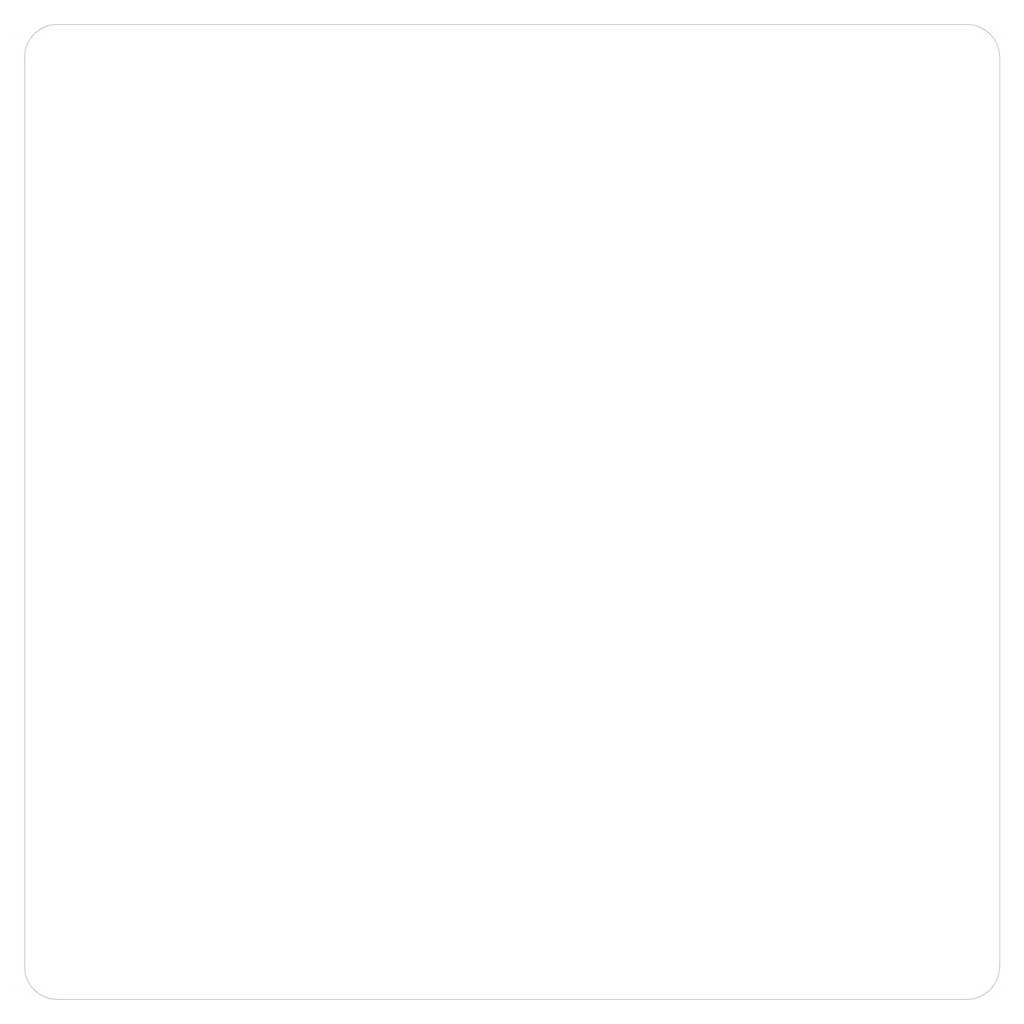
<source format=gbr>
%TF.GenerationSoftware,KiCad,Pcbnew,9.0.1*%
%TF.CreationDate,2025-05-31T14:15:33+01:00*%
%TF.ProjectId,Button MIDI Controller,42757474-6f6e-4204-9d49-444920436f6e,rev?*%
%TF.SameCoordinates,Original*%
%TF.FileFunction,Profile,NP*%
%FSLAX46Y46*%
G04 Gerber Fmt 4.6, Leading zero omitted, Abs format (unit mm)*
G04 Created by KiCad (PCBNEW 9.0.1) date 2025-05-31 14:15:33*
%MOMM*%
%LPD*%
G01*
G04 APERTURE LIST*
%TA.AperFunction,Profile*%
%ADD10C,0.050000*%
%TD*%
G04 APERTURE END LIST*
D10*
X-283350000Y74100000D02*
G75*
G02*
X-291750000Y82500000I0J8400000D01*
G01*
X-291750000Y313800000D02*
G75*
G02*
X-283350000Y322200000I8400000J0D01*
G01*
X-52050000Y322200000D02*
G75*
G02*
X-43650000Y313800000I0J-8400000D01*
G01*
X-291750000Y82500000D02*
X-291750000Y313800000D01*
X-52050000Y74100000D02*
X-283350000Y74100000D01*
X-43650000Y313800000D02*
X-43650000Y82500000D01*
X-283350000Y322200000D02*
X-52050000Y322200000D01*
X-43650000Y82500000D02*
G75*
G02*
X-52050000Y74100000I-8400000J0D01*
G01*
M02*

</source>
